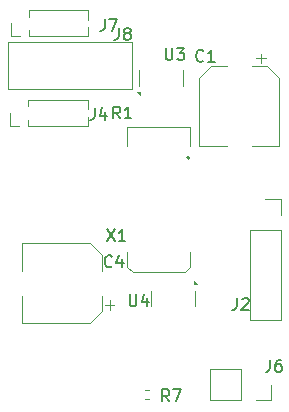
<source format=gbr>
%TF.GenerationSoftware,KiCad,Pcbnew,8.0.4*%
%TF.CreationDate,2024-08-19T21:40:42+03:00*%
%TF.ProjectId,Shield_Emergent_4,53686965-6c64-45f4-956d-657267656e74,rev?*%
%TF.SameCoordinates,Original*%
%TF.FileFunction,Legend,Top*%
%TF.FilePolarity,Positive*%
%FSLAX46Y46*%
G04 Gerber Fmt 4.6, Leading zero omitted, Abs format (unit mm)*
G04 Created by KiCad (PCBNEW 8.0.4) date 2024-08-19 21:40:42*
%MOMM*%
%LPD*%
G01*
G04 APERTURE LIST*
%ADD10C,0.150000*%
%ADD11C,0.120000*%
G04 APERTURE END LIST*
D10*
X9766666Y-8154819D02*
X9766666Y-8869104D01*
X9766666Y-8869104D02*
X9719047Y-9011961D01*
X9719047Y-9011961D02*
X9623809Y-9107200D01*
X9623809Y-9107200D02*
X9480952Y-9154819D01*
X9480952Y-9154819D02*
X9385714Y-9154819D01*
X10671428Y-8488152D02*
X10671428Y-9154819D01*
X10433333Y-8107200D02*
X10195238Y-8821485D01*
X10195238Y-8821485D02*
X10814285Y-8821485D01*
X15788095Y-3104819D02*
X15788095Y-3914342D01*
X15788095Y-3914342D02*
X15835714Y-4009580D01*
X15835714Y-4009580D02*
X15883333Y-4057200D01*
X15883333Y-4057200D02*
X15978571Y-4104819D01*
X15978571Y-4104819D02*
X16169047Y-4104819D01*
X16169047Y-4104819D02*
X16264285Y-4057200D01*
X16264285Y-4057200D02*
X16311904Y-4009580D01*
X16311904Y-4009580D02*
X16359523Y-3914342D01*
X16359523Y-3914342D02*
X16359523Y-3104819D01*
X16740476Y-3104819D02*
X17359523Y-3104819D01*
X17359523Y-3104819D02*
X17026190Y-3485771D01*
X17026190Y-3485771D02*
X17169047Y-3485771D01*
X17169047Y-3485771D02*
X17264285Y-3533390D01*
X17264285Y-3533390D02*
X17311904Y-3581009D01*
X17311904Y-3581009D02*
X17359523Y-3676247D01*
X17359523Y-3676247D02*
X17359523Y-3914342D01*
X17359523Y-3914342D02*
X17311904Y-4009580D01*
X17311904Y-4009580D02*
X17264285Y-4057200D01*
X17264285Y-4057200D02*
X17169047Y-4104819D01*
X17169047Y-4104819D02*
X16883333Y-4104819D01*
X16883333Y-4104819D02*
X16788095Y-4057200D01*
X16788095Y-4057200D02*
X16740476Y-4009580D01*
X10790476Y-18454819D02*
X11457142Y-19454819D01*
X11457142Y-18454819D02*
X10790476Y-19454819D01*
X12361904Y-19454819D02*
X11790476Y-19454819D01*
X12076190Y-19454819D02*
X12076190Y-18454819D01*
X12076190Y-18454819D02*
X11980952Y-18597676D01*
X11980952Y-18597676D02*
X11885714Y-18692914D01*
X11885714Y-18692914D02*
X11790476Y-18740533D01*
X11816666Y-1404819D02*
X11816666Y-2119104D01*
X11816666Y-2119104D02*
X11769047Y-2261961D01*
X11769047Y-2261961D02*
X11673809Y-2357200D01*
X11673809Y-2357200D02*
X11530952Y-2404819D01*
X11530952Y-2404819D02*
X11435714Y-2404819D01*
X12435714Y-1833390D02*
X12340476Y-1785771D01*
X12340476Y-1785771D02*
X12292857Y-1738152D01*
X12292857Y-1738152D02*
X12245238Y-1642914D01*
X12245238Y-1642914D02*
X12245238Y-1595295D01*
X12245238Y-1595295D02*
X12292857Y-1500057D01*
X12292857Y-1500057D02*
X12340476Y-1452438D01*
X12340476Y-1452438D02*
X12435714Y-1404819D01*
X12435714Y-1404819D02*
X12626190Y-1404819D01*
X12626190Y-1404819D02*
X12721428Y-1452438D01*
X12721428Y-1452438D02*
X12769047Y-1500057D01*
X12769047Y-1500057D02*
X12816666Y-1595295D01*
X12816666Y-1595295D02*
X12816666Y-1642914D01*
X12816666Y-1642914D02*
X12769047Y-1738152D01*
X12769047Y-1738152D02*
X12721428Y-1785771D01*
X12721428Y-1785771D02*
X12626190Y-1833390D01*
X12626190Y-1833390D02*
X12435714Y-1833390D01*
X12435714Y-1833390D02*
X12340476Y-1881009D01*
X12340476Y-1881009D02*
X12292857Y-1928628D01*
X12292857Y-1928628D02*
X12245238Y-2023866D01*
X12245238Y-2023866D02*
X12245238Y-2214342D01*
X12245238Y-2214342D02*
X12292857Y-2309580D01*
X12292857Y-2309580D02*
X12340476Y-2357200D01*
X12340476Y-2357200D02*
X12435714Y-2404819D01*
X12435714Y-2404819D02*
X12626190Y-2404819D01*
X12626190Y-2404819D02*
X12721428Y-2357200D01*
X12721428Y-2357200D02*
X12769047Y-2309580D01*
X12769047Y-2309580D02*
X12816666Y-2214342D01*
X12816666Y-2214342D02*
X12816666Y-2023866D01*
X12816666Y-2023866D02*
X12769047Y-1928628D01*
X12769047Y-1928628D02*
X12721428Y-1881009D01*
X12721428Y-1881009D02*
X12626190Y-1833390D01*
X12738095Y-23954819D02*
X12738095Y-24764342D01*
X12738095Y-24764342D02*
X12785714Y-24859580D01*
X12785714Y-24859580D02*
X12833333Y-24907200D01*
X12833333Y-24907200D02*
X12928571Y-24954819D01*
X12928571Y-24954819D02*
X13119047Y-24954819D01*
X13119047Y-24954819D02*
X13214285Y-24907200D01*
X13214285Y-24907200D02*
X13261904Y-24859580D01*
X13261904Y-24859580D02*
X13309523Y-24764342D01*
X13309523Y-24764342D02*
X13309523Y-23954819D01*
X14214285Y-24288152D02*
X14214285Y-24954819D01*
X13976190Y-23907200D02*
X13738095Y-24621485D01*
X13738095Y-24621485D02*
X14357142Y-24621485D01*
X21816666Y-24254819D02*
X21816666Y-24969104D01*
X21816666Y-24969104D02*
X21769047Y-25111961D01*
X21769047Y-25111961D02*
X21673809Y-25207200D01*
X21673809Y-25207200D02*
X21530952Y-25254819D01*
X21530952Y-25254819D02*
X21435714Y-25254819D01*
X22245238Y-24350057D02*
X22292857Y-24302438D01*
X22292857Y-24302438D02*
X22388095Y-24254819D01*
X22388095Y-24254819D02*
X22626190Y-24254819D01*
X22626190Y-24254819D02*
X22721428Y-24302438D01*
X22721428Y-24302438D02*
X22769047Y-24350057D01*
X22769047Y-24350057D02*
X22816666Y-24445295D01*
X22816666Y-24445295D02*
X22816666Y-24540533D01*
X22816666Y-24540533D02*
X22769047Y-24683390D01*
X22769047Y-24683390D02*
X22197619Y-25254819D01*
X22197619Y-25254819D02*
X22816666Y-25254819D01*
X24616666Y-29504819D02*
X24616666Y-30219104D01*
X24616666Y-30219104D02*
X24569047Y-30361961D01*
X24569047Y-30361961D02*
X24473809Y-30457200D01*
X24473809Y-30457200D02*
X24330952Y-30504819D01*
X24330952Y-30504819D02*
X24235714Y-30504819D01*
X25521428Y-29504819D02*
X25330952Y-29504819D01*
X25330952Y-29504819D02*
X25235714Y-29552438D01*
X25235714Y-29552438D02*
X25188095Y-29600057D01*
X25188095Y-29600057D02*
X25092857Y-29742914D01*
X25092857Y-29742914D02*
X25045238Y-29933390D01*
X25045238Y-29933390D02*
X25045238Y-30314342D01*
X25045238Y-30314342D02*
X25092857Y-30409580D01*
X25092857Y-30409580D02*
X25140476Y-30457200D01*
X25140476Y-30457200D02*
X25235714Y-30504819D01*
X25235714Y-30504819D02*
X25426190Y-30504819D01*
X25426190Y-30504819D02*
X25521428Y-30457200D01*
X25521428Y-30457200D02*
X25569047Y-30409580D01*
X25569047Y-30409580D02*
X25616666Y-30314342D01*
X25616666Y-30314342D02*
X25616666Y-30076247D01*
X25616666Y-30076247D02*
X25569047Y-29981009D01*
X25569047Y-29981009D02*
X25521428Y-29933390D01*
X25521428Y-29933390D02*
X25426190Y-29885771D01*
X25426190Y-29885771D02*
X25235714Y-29885771D01*
X25235714Y-29885771D02*
X25140476Y-29933390D01*
X25140476Y-29933390D02*
X25092857Y-29981009D01*
X25092857Y-29981009D02*
X25045238Y-30076247D01*
X11933333Y-9054819D02*
X11600000Y-8578628D01*
X11361905Y-9054819D02*
X11361905Y-8054819D01*
X11361905Y-8054819D02*
X11742857Y-8054819D01*
X11742857Y-8054819D02*
X11838095Y-8102438D01*
X11838095Y-8102438D02*
X11885714Y-8150057D01*
X11885714Y-8150057D02*
X11933333Y-8245295D01*
X11933333Y-8245295D02*
X11933333Y-8388152D01*
X11933333Y-8388152D02*
X11885714Y-8483390D01*
X11885714Y-8483390D02*
X11838095Y-8531009D01*
X11838095Y-8531009D02*
X11742857Y-8578628D01*
X11742857Y-8578628D02*
X11361905Y-8578628D01*
X12885714Y-9054819D02*
X12314286Y-9054819D01*
X12600000Y-9054819D02*
X12600000Y-8054819D01*
X12600000Y-8054819D02*
X12504762Y-8197676D01*
X12504762Y-8197676D02*
X12409524Y-8292914D01*
X12409524Y-8292914D02*
X12314286Y-8340533D01*
X11233333Y-21559580D02*
X11185714Y-21607200D01*
X11185714Y-21607200D02*
X11042857Y-21654819D01*
X11042857Y-21654819D02*
X10947619Y-21654819D01*
X10947619Y-21654819D02*
X10804762Y-21607200D01*
X10804762Y-21607200D02*
X10709524Y-21511961D01*
X10709524Y-21511961D02*
X10661905Y-21416723D01*
X10661905Y-21416723D02*
X10614286Y-21226247D01*
X10614286Y-21226247D02*
X10614286Y-21083390D01*
X10614286Y-21083390D02*
X10661905Y-20892914D01*
X10661905Y-20892914D02*
X10709524Y-20797676D01*
X10709524Y-20797676D02*
X10804762Y-20702438D01*
X10804762Y-20702438D02*
X10947619Y-20654819D01*
X10947619Y-20654819D02*
X11042857Y-20654819D01*
X11042857Y-20654819D02*
X11185714Y-20702438D01*
X11185714Y-20702438D02*
X11233333Y-20750057D01*
X12090476Y-20988152D02*
X12090476Y-21654819D01*
X11852381Y-20607200D02*
X11614286Y-21321485D01*
X11614286Y-21321485D02*
X12233333Y-21321485D01*
X16083333Y-33004819D02*
X15750000Y-32528628D01*
X15511905Y-33004819D02*
X15511905Y-32004819D01*
X15511905Y-32004819D02*
X15892857Y-32004819D01*
X15892857Y-32004819D02*
X15988095Y-32052438D01*
X15988095Y-32052438D02*
X16035714Y-32100057D01*
X16035714Y-32100057D02*
X16083333Y-32195295D01*
X16083333Y-32195295D02*
X16083333Y-32338152D01*
X16083333Y-32338152D02*
X16035714Y-32433390D01*
X16035714Y-32433390D02*
X15988095Y-32481009D01*
X15988095Y-32481009D02*
X15892857Y-32528628D01*
X15892857Y-32528628D02*
X15511905Y-32528628D01*
X16416667Y-32004819D02*
X17083333Y-32004819D01*
X17083333Y-32004819D02*
X16654762Y-33004819D01*
X10616666Y-654819D02*
X10616666Y-1369104D01*
X10616666Y-1369104D02*
X10569047Y-1511961D01*
X10569047Y-1511961D02*
X10473809Y-1607200D01*
X10473809Y-1607200D02*
X10330952Y-1654819D01*
X10330952Y-1654819D02*
X10235714Y-1654819D01*
X10997619Y-654819D02*
X11664285Y-654819D01*
X11664285Y-654819D02*
X11235714Y-1654819D01*
X18983333Y-4159580D02*
X18935714Y-4207200D01*
X18935714Y-4207200D02*
X18792857Y-4254819D01*
X18792857Y-4254819D02*
X18697619Y-4254819D01*
X18697619Y-4254819D02*
X18554762Y-4207200D01*
X18554762Y-4207200D02*
X18459524Y-4111961D01*
X18459524Y-4111961D02*
X18411905Y-4016723D01*
X18411905Y-4016723D02*
X18364286Y-3826247D01*
X18364286Y-3826247D02*
X18364286Y-3683390D01*
X18364286Y-3683390D02*
X18411905Y-3492914D01*
X18411905Y-3492914D02*
X18459524Y-3397676D01*
X18459524Y-3397676D02*
X18554762Y-3302438D01*
X18554762Y-3302438D02*
X18697619Y-3254819D01*
X18697619Y-3254819D02*
X18792857Y-3254819D01*
X18792857Y-3254819D02*
X18935714Y-3302438D01*
X18935714Y-3302438D02*
X18983333Y-3350057D01*
X19935714Y-4254819D02*
X19364286Y-4254819D01*
X19650000Y-4254819D02*
X19650000Y-3254819D01*
X19650000Y-3254819D02*
X19554762Y-3397676D01*
X19554762Y-3397676D02*
X19459524Y-3492914D01*
X19459524Y-3492914D02*
X19364286Y-3540533D01*
D11*
%TO.C,J4*%
X2640000Y-9710000D02*
X2640000Y-8600000D01*
X3400000Y-9710000D02*
X2640000Y-9710000D01*
X4160000Y-7490000D02*
X9175000Y-7490000D01*
X4160000Y-8036529D02*
X4160000Y-7490000D01*
X4160000Y-9710000D02*
X4160000Y-9163471D01*
X4160000Y-9710000D02*
X9175000Y-9710000D01*
X9175000Y-8292470D02*
X9175000Y-7490000D01*
X9175000Y-9710000D02*
X9175000Y-8907530D01*
%TO.C,U3*%
X13540000Y-6275000D02*
X13540000Y-4925000D01*
X17260000Y-6275000D02*
X17260000Y-4925000D01*
X13630000Y-7100000D02*
X13350000Y-6820000D01*
X13630000Y-6820000D01*
X13630000Y-7100000D01*
G36*
X13630000Y-7100000D02*
G01*
X13350000Y-6820000D01*
X13630000Y-6820000D01*
X13630000Y-7100000D01*
G37*
%TO.C,X1*%
X12550000Y-9750000D02*
X12550000Y-11400000D01*
X12550000Y-20400000D02*
X12550000Y-21600000D01*
X12550000Y-21600000D02*
X13000000Y-22050000D01*
X17400000Y-22050000D02*
X13000000Y-22050000D01*
X17850000Y-9750000D02*
X12550000Y-9750000D01*
X17850000Y-9750000D02*
X17850000Y-11400000D01*
X17850000Y-20400000D02*
X17850000Y-21600000D01*
X17850000Y-21600000D02*
X17400000Y-22050000D01*
D10*
X17811803Y-12400000D02*
G75*
G02*
X17588197Y-12400000I-111803J0D01*
G01*
X17588197Y-12400000D02*
G75*
G02*
X17811803Y-12400000I111803J0D01*
G01*
D11*
%TO.C,J8*%
X2400000Y-2600000D02*
X12900000Y-2600000D01*
X2400000Y-6600000D02*
X2400000Y-2600000D01*
X12900000Y-2600000D02*
X12900000Y-6600000D01*
X12900000Y-6600000D02*
X2400000Y-6600000D01*
%TO.C,U4*%
X14540000Y-23625000D02*
X14540000Y-24975000D01*
X18260000Y-23625000D02*
X18260000Y-24975000D01*
X18450000Y-23080000D02*
X18170000Y-23080000D01*
X18170000Y-22800000D01*
X18450000Y-23080000D01*
G36*
X18450000Y-23080000D02*
G01*
X18170000Y-23080000D01*
X18170000Y-22800000D01*
X18450000Y-23080000D01*
G37*
%TO.C,J2*%
X22895000Y-18470000D02*
X22895000Y-26150000D01*
X22895000Y-18470000D02*
X25555000Y-18470000D01*
X22895000Y-26150000D02*
X25555000Y-26150000D01*
X24225000Y-15870000D02*
X25555000Y-15870000D01*
X25555000Y-15870000D02*
X25555000Y-17200000D01*
X25555000Y-18470000D02*
X25555000Y-26150000D01*
%TO.C,J6*%
X19530000Y-30270000D02*
X19530000Y-32930000D01*
X22130000Y-30270000D02*
X19530000Y-30270000D01*
X22130000Y-30270000D02*
X22130000Y-32930000D01*
X22130000Y-32930000D02*
X19530000Y-32930000D01*
X24730000Y-31600000D02*
X24730000Y-32930000D01*
X24730000Y-32930000D02*
X23400000Y-32930000D01*
%TO.C,C4*%
X3590000Y-19590000D02*
X3590000Y-21940000D01*
X3590000Y-26410000D02*
X3590000Y-24060000D01*
X9345563Y-19590000D02*
X3590000Y-19590000D01*
X9345563Y-26410000D02*
X3590000Y-26410000D01*
X10410000Y-20654437D02*
X9345563Y-19590000D01*
X10410000Y-20654437D02*
X10410000Y-21940000D01*
X10410000Y-25345563D02*
X9345563Y-26410000D01*
X10410000Y-25345563D02*
X10410000Y-24060000D01*
X11043750Y-25241250D02*
X11043750Y-24453750D01*
X11437500Y-24847500D02*
X10650000Y-24847500D01*
%TO.C,R7*%
X14353641Y-32020000D02*
X14046359Y-32020000D01*
X14353641Y-32780000D02*
X14046359Y-32780000D01*
%TO.C,J7*%
X2690000Y-2110000D02*
X2690000Y-1000000D01*
X3450000Y-2110000D02*
X2690000Y-2110000D01*
X4210000Y110000D02*
X9225000Y110000D01*
X4210000Y-436529D02*
X4210000Y110000D01*
X4210000Y-2110000D02*
X4210000Y-1563471D01*
X4210000Y-2110000D02*
X9225000Y-2110000D01*
X9225000Y-692470D02*
X9225000Y110000D01*
X9225000Y-2110000D02*
X9225000Y-1307530D01*
%TO.C,C1*%
X18590000Y-5654437D02*
X18590000Y-11410000D01*
X18590000Y-11410000D02*
X20940000Y-11410000D01*
X19654437Y-4590000D02*
X18590000Y-5654437D01*
X19654437Y-4590000D02*
X20940000Y-4590000D01*
X23847500Y-3562500D02*
X23847500Y-4350000D01*
X24241250Y-3956250D02*
X23453750Y-3956250D01*
X24345563Y-4590000D02*
X23060000Y-4590000D01*
X24345563Y-4590000D02*
X25410000Y-5654437D01*
X25410000Y-5654437D02*
X25410000Y-11410000D01*
X25410000Y-11410000D02*
X23060000Y-11410000D01*
%TD*%
M02*

</source>
